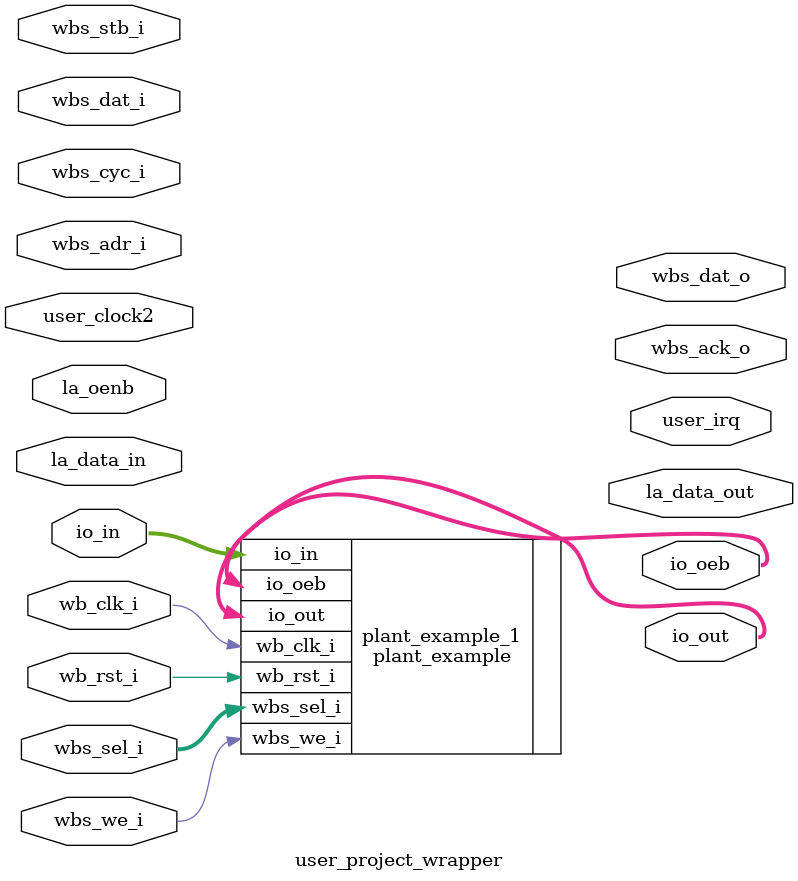
<source format=v>
/* Generated by Yosys 0.22 (git sha1 f109fa3d4c5, gcc 8.3.1 -fPIC -Os) */

module user_project_wrapper(wb_clk_i, wb_rst_i, wbs_stb_i, wbs_cyc_i, wbs_we_i, wbs_sel_i, wbs_dat_i, wbs_adr_i, wbs_ack_o, wbs_dat_o, la_data_in, la_data_out, la_oenb, io_in, io_out, io_oeb, user_clock2, user_irq);
  input [37:0] io_in;
  wire [37:0] io_in;
  output [37:0] io_oeb;
  wire [37:0] io_oeb;
  output [37:0] io_out;
  wire [37:0] io_out;
  input [63:0] la_data_in;
  wire [63:0] la_data_in;
  output [63:0] la_data_out;
  wire [63:0] la_data_out;
  input [63:0] la_oenb;
  wire [63:0] la_oenb;
  input user_clock2;
  wire user_clock2;
  output [2:0] user_irq;
  wire [2:0] user_irq;
  input wb_clk_i;
  wire wb_clk_i;
  input wb_rst_i;
  wire wb_rst_i;
  output wbs_ack_o;
  wire wbs_ack_o;
  input [31:0] wbs_adr_i;
  wire [31:0] wbs_adr_i;
  input wbs_cyc_i;
  wire wbs_cyc_i;
  input [31:0] wbs_dat_i;
  wire [31:0] wbs_dat_i;
  output [31:0] wbs_dat_o;
  wire [31:0] wbs_dat_o;
  input [3:0] wbs_sel_i;
  wire [3:0] wbs_sel_i;
  input wbs_stb_i;
  wire wbs_stb_i;
  input wbs_we_i;
  wire wbs_we_i;
  plant_example plant_example_1 (
    .io_in(io_in),
    .io_oeb(io_oeb),
    .io_out(io_out),
    .wb_clk_i(wb_clk_i),
    .wb_rst_i(wb_rst_i),
    .wbs_sel_i(wbs_sel_i),
    .wbs_we_i(wbs_we_i)
  );
endmodule

</source>
